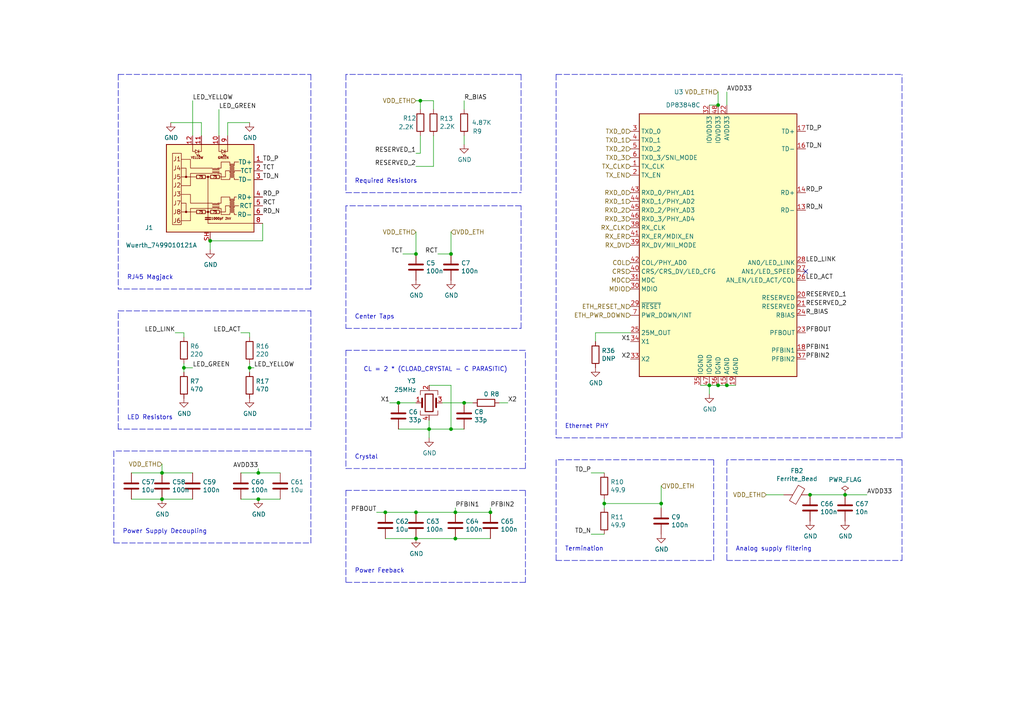
<source format=kicad_sch>
(kicad_sch (version 20211123) (generator eeschema)
  (paper "A4")
  (lib_symbols
    (symbol "Connector:Wuerth_7499010121A"
      (property "Reference" "J" (at 12.7 13.97 0))
      (property "Value" "Connector_Wuerth_7499010121A" (at 0 -16.51 0))
      (symbol "Wuerth_7499010121A_0_0"
        (rectangle (start -12.7 12.7) (end 12.7 -12.7) (stroke (width 0.254)) (fill (type background)))
        (polyline (pts (xy -3.937 -6.858) (xy -8.255 -6.858)))
        (polyline (pts (xy -3.937 3.302) (xy -8.255 3.302)))
        (polyline (pts (xy -0.635 -10.16) (xy 12.7 -10.16)))
        (polyline (pts (xy 8.255 -5.08) (xy 6.985 -5.08)))
        (polyline (pts (xy 8.89 5.08) (xy 6.985 5.08)))
        (polyline (pts (xy 0.635 -4.318) (xy -5.715 -4.318) (xy -5.715 -1.778) (xy -8.255 -1.778)))
        (polyline (pts (xy 0.635 5.842) (xy -5.715 5.842) (xy -5.715 8.382) (xy -8.255 8.382)))
        (polyline (pts (xy 2.667 -6.858) (xy 4.445 -6.858) (xy 4.445 -5.08) (xy 5.715 -5.08)))
        (polyline (pts (xy 2.667 3.302) (xy 4.445 3.302) (xy 4.445 5.08) (xy 5.715 5.08)))
        (text "1000pF 2kV" (at 3.175 -8.763 0) (effects (font (size 0.635 0.635))))
        (text "75" (at -2.667 -6.858 0) (effects (font (size 0.635 0.635))))
        (text "75" (at -2.667 3.302 0) (effects (font (size 0.635 0.635))))
        (text "75" (at 1.397 -6.858 0) (effects (font (size 0.635 0.635))))
        (text "75" (at 1.397 3.302 0) (effects (font (size 0.635 0.635))))
        (text "GREEN" (at 3.81 8.89 0) (effects (font (size 0.635 0.635))))
        (text "J1" (at -10.795 8.509 0) (effects (font (size 1.27 1.27)) (justify left)))
        (text "J2" (at -10.795 0.889 0) (effects (font (size 1.27 1.27)) (justify left)))
        (text "J3" (at -10.795 -1.651 0) (effects (font (size 1.27 1.27)) (justify left)))
        (text "J4" (at -10.795 5.842 0) (effects (font (size 1.27 1.27)) (justify left)))
        (text "J5" (at -10.795 3.302 0) (effects (font (size 1.27 1.27)) (justify left)))
        (text "J6" (at -10.795 -9.398 0) (effects (font (size 1.27 1.27)) (justify left)))
        (text "J7" (at -10.795 -4.318 0) (effects (font (size 1.27 1.27)) (justify left)))
        (text "J8" (at -10.795 -6.858 0) (effects (font (size 1.27 1.27)) (justify left)))
        (text "YELLOW" (at -3.81 8.89 0) (effects (font (size 0.635 0.635))))
      )
      (symbol "Wuerth_7499010121A_0_1"
        (rectangle (start -8.382 -10.541) (end -10.922 10.16))
        (circle (center -6.985 -6.858) (radius 0.254) (fill (type outline)))
        (circle (center -6.985 3.302) (radius 0.254) (fill (type outline)))
        (rectangle (start -3.937 -7.366) (end -1.397 -6.35) (stroke (width 0.2032)))
        (rectangle (start -3.937 2.794) (end -1.397 3.81) (stroke (width 0.2032)))
        (circle (center -0.635 -6.858) (radius 0.254) (fill (type outline)))
        (circle (center -0.635 3.302) (radius 0.254) (fill (type outline)))
        (polyline (pts (xy -5.715 -9.398) (xy -8.255 -9.398)))
        (polyline (pts (xy -5.715 0.762) (xy -8.255 0.762)))
        (polyline (pts (xy -3.556 9.398) (xy -4.064 9.906)))
        (polyline (pts (xy -3.302 11.176) (xy -3.302 10.16)))
        (polyline (pts (xy -3.048 9.398) (xy -3.556 9.906)))
        (polyline (pts (xy -1.397 -9.017) (xy 0.127 -9.017)) (stroke (width 0.3302)))
        (polyline (pts (xy -1.397 -8.509) (xy 0.127 -8.509)) (stroke (width 0.3048)))
        (polyline (pts (xy -0.635 3.302) (xy -1.397 3.302)))
        (polyline (pts (xy 0.127 -6.858) (xy -1.397 -6.858)))
        (polyline (pts (xy 0.635 -5.334) (xy 2.667 -5.334)))
        (polyline (pts (xy 0.635 4.826) (xy 2.667 4.826)))
        (polyline (pts (xy 2.667 -4.826) (xy 0.635 -4.826)))
        (polyline (pts (xy 2.667 5.334) (xy 0.635 5.334)))
        (polyline (pts (xy 4.064 9.398) (xy 3.556 9.906)))
        (polyline (pts (xy 4.318 11.176) (xy 4.318 10.16)))
        (polyline (pts (xy 4.572 9.398) (xy 4.064 9.906)))
        (polyline (pts (xy 6.223 -3.048) (xy 6.223 -7.112)))
        (polyline (pts (xy 6.223 7.112) (xy 6.223 3.048)))
        (polyline (pts (xy 6.477 -7.112) (xy 6.477 -3.048)))
        (polyline (pts (xy 6.477 3.048) (xy 6.477 7.112)))
        (polyline (pts (xy -6.985 -6.858) (xy -6.985 -4.318) (xy -8.255 -4.318)))
        (polyline (pts (xy -6.985 3.302) (xy -6.985 5.842) (xy -8.255 5.842)))
        (polyline (pts (xy -5.08 12.7) (xy -5.08 10.668) (xy -4.318 10.668)))
        (polyline (pts (xy -3.556 9.652) (xy -3.556 9.398) (xy -3.81 9.398)))
        (polyline (pts (xy -3.048 9.652) (xy -3.048 9.398) (xy -3.302 9.398)))
        (polyline (pts (xy -2.54 12.7) (xy -2.54 10.668) (xy -3.302 10.668)))
        (polyline (pts (xy -0.635 -10.16) (xy -0.635 3.302) (xy 0 3.302)))
        (polyline (pts (xy 0.635 -5.842) (xy -5.715 -5.842) (xy -5.715 -9.398)))
        (polyline (pts (xy 0.635 4.318) (xy -5.715 4.318) (xy -5.715 0.762)))
        (polyline (pts (xy 2.54 12.7) (xy 2.54 10.668) (xy 3.302 10.668)))
        (polyline (pts (xy 4.064 9.652) (xy 4.064 9.398) (xy 3.81 9.398)))
        (polyline (pts (xy 4.572 9.652) (xy 4.572 9.398) (xy 4.318 9.398)))
        (polyline (pts (xy 5.08 12.7) (xy 5.08 10.668) (xy 4.318 10.668)))
        (polyline (pts (xy 6.985 -7.112) (xy 6.985 -7.62) (xy 7.62 -7.62)))
        (polyline (pts (xy 6.985 -3.048) (xy 6.985 -2.54) (xy 7.62 -2.54)))
        (polyline (pts (xy 6.985 3.048) (xy 6.985 2.54) (xy 8.255 2.54)))
        (polyline (pts (xy 6.985 7.112) (xy 6.985 7.62) (xy 8.255 7.62)))
        (polyline (pts (xy -3.302 10.668) (xy -4.318 11.176) (xy -4.318 10.16) (xy -3.302 10.668)))
        (polyline (pts (xy 4.318 10.668) (xy 3.302 11.176) (xy 3.302 10.16) (xy 4.318 10.668)))
        (polyline (pts (xy 2.667 -4.318) (xy 3.175 -4.318) (xy 3.175 -2.54) (xy 5.715 -2.54) (xy 5.715 -3.048)))
        (polyline (pts (xy 2.667 5.842) (xy 3.175 5.842) (xy 3.175 7.62) (xy 5.715 7.62) (xy 5.715 7.112)))
        (polyline (pts (xy 5.715 -7.112) (xy 5.715 -7.62) (xy 3.175 -7.62) (xy 3.175 -5.842) (xy 2.667 -5.842)))
        (polyline (pts (xy 5.715 3.048) (xy 5.715 2.54) (xy 3.175 2.54) (xy 3.175 4.318) (xy 2.667 4.318)))
        (rectangle (start 0.127 -7.366) (end 2.667 -6.35) (stroke (width 0.2032)))
        (rectangle (start 0.127 2.794) (end 2.667 3.81) (stroke (width 0.2032)))
        (arc (start 0.635 -4.318) (mid 0.889 -4.572) (end 1.143 -4.318))
        (arc (start 0.635 5.842) (mid 0.889 5.588) (end 1.143 5.842))
        (arc (start 1.143 -5.842) (mid 0.889 -5.588) (end 0.635 -5.842))
        (arc (start 1.143 -4.318) (mid 1.397 -4.572) (end 1.651 -4.318))
        (arc (start 1.143 4.318) (mid 0.889 4.572) (end 0.635 4.318))
        (arc (start 1.143 5.842) (mid 1.397 5.588) (end 1.651 5.842))
        (arc (start 1.651 -5.842) (mid 1.397 -5.588) (end 1.143 -5.842))
        (arc (start 1.651 -4.318) (mid 1.905 -4.572) (end 2.159 -4.318))
        (arc (start 1.651 4.318) (mid 1.397 4.572) (end 1.143 4.318))
        (arc (start 1.651 5.842) (mid 1.905 5.588) (end 2.159 5.842))
        (arc (start 2.159 -5.842) (mid 1.905 -5.588) (end 1.651 -5.842))
        (arc (start 2.159 -4.318) (mid 2.413 -4.572) (end 2.667 -4.318))
        (arc (start 2.159 4.318) (mid 1.905 4.572) (end 1.651 4.318))
        (arc (start 2.159 5.842) (mid 2.413 5.588) (end 2.667 5.842))
        (circle (center 2.413 -5.8674) (radius 0.0762) (stroke (width 0.0254)) (fill (type outline)))
        (circle (center 2.413 -4.2926) (radius 0.0762) (stroke (width 0.0254)) (fill (type outline)))
        (circle (center 2.413 4.2926) (radius 0.0762) (stroke (width 0.0254)) (fill (type outline)))
        (circle (center 2.413 5.8674) (radius 0.0762) (stroke (width 0.0254)) (fill (type outline)))
        (arc (start 2.667 -5.842) (mid 2.413 -5.588) (end 2.159 -5.842))
        (arc (start 2.667 4.318) (mid 2.413 4.572) (end 2.159 4.318))
        (circle (center 5.6896 -5.334) (radius 0.0762) (stroke (width 0.0254)) (fill (type outline)))
        (circle (center 5.6896 -3.302) (radius 0.0762) (stroke (width 0.0254)) (fill (type outline)))
        (circle (center 5.6896 4.826) (radius 0.0762) (stroke (width 0.0254)) (fill (type outline)))
        (circle (center 5.6896 6.858) (radius 0.0762) (stroke (width 0.0254)) (fill (type outline)))
        (arc (start 5.715 -7.112) (mid 5.969 -6.858) (end 5.715 -6.604))
        (arc (start 5.715 -6.604) (mid 5.969 -6.35) (end 5.715 -6.096))
        (arc (start 5.715 -6.096) (mid 5.969 -5.842) (end 5.715 -5.588))
        (arc (start 5.715 -5.588) (mid 5.969 -5.334) (end 5.715 -5.08))
        (arc (start 5.715 -5.08) (mid 5.969 -4.826) (end 5.715 -4.572))
        (arc (start 5.715 -4.572) (mid 5.969 -4.318) (end 5.715 -4.064))
        (arc (start 5.715 -4.064) (mid 5.969 -3.81) (end 5.715 -3.556))
        (arc (start 5.715 -3.556) (mid 5.969 -3.302) (end 5.715 -3.048))
        (arc (start 5.715 3.048) (mid 5.969 3.302) (end 5.715 3.556))
        (arc (start 5.715 3.556) (mid 5.969 3.81) (end 5.715 4.064))
        (arc (start 5.715 4.064) (mid 5.969 4.318) (end 5.715 4.572))
        (arc (start 5.715 4.572) (mid 5.969 4.826) (end 5.715 5.08))
        (arc (start 5.715 5.08) (mid 5.969 5.334) (end 5.715 5.588))
        (arc (start 5.715 5.588) (mid 5.969 5.842) (end 5.715 6.096))
        (arc (start 5.715 6.096) (mid 5.969 6.35) (end 5.715 6.604))
        (arc (start 5.715 6.604) (mid 5.969 6.858) (end 5.715 7.112))
        (arc (start 6.985 -6.604) (mid 6.731 -6.858) (end 6.985 -7.112))
        (arc (start 6.985 -6.096) (mid 6.731 -6.35) (end 6.985 -6.604))
        (arc (start 6.985 -5.588) (mid 6.731 -5.842) (end 6.985 -6.096))
        (arc (start 6.985 -5.08) (mid 6.731 -5.334) (end 6.985 -5.588))
        (arc (start 6.985 -4.572) (mid 6.731 -4.826) (end 6.985 -5.08))
        (arc (start 6.985 -4.064) (mid 6.731 -4.318) (end 6.985 -4.572))
        (arc (start 6.985 -3.556) (mid 6.731 -3.81) (end 6.985 -4.064))
        (arc (start 6.985 -3.048) (mid 6.731 -3.302) (end 6.985 -3.556))
        (arc (start 6.985 3.556) (mid 6.731 3.302) (end 6.985 3.048))
        (arc (start 6.985 4.064) (mid 6.731 3.81) (end 6.985 3.556))
        (arc (start 6.985 4.572) (mid 6.731 4.318) (end 6.985 4.064))
        (arc (start 6.985 5.08) (mid 6.731 4.826) (end 6.985 4.572))
        (arc (start 6.985 5.588) (mid 6.731 5.334) (end 6.985 5.08))
        (arc (start 6.985 6.096) (mid 6.731 5.842) (end 6.985 5.588))
        (arc (start 6.985 6.604) (mid 6.731 6.35) (end 6.985 6.096))
        (arc (start 6.985 7.112) (mid 6.731 6.858) (end 6.985 6.604))
        (circle (center 7.0104 -5.334) (radius 0.0762) (stroke (width 0.0254)) (fill (type outline)))
        (circle (center 7.0104 -3.302) (radius 0.0762) (stroke (width 0.0254)) (fill (type outline)))
        (circle (center 7.0104 4.826) (radius 0.0762) (stroke (width 0.0254)) (fill (type outline)))
        (circle (center 7.0104 6.858) (radius 0.0762) (stroke (width 0.0254)) (fill (type outline)))
      )
      (symbol "Wuerth_7499010121A_1_1"
        (pin passive line (at 15.24 7.62 180) (length 2.54) (name "TD+") (number "1"))
        (pin passive line (at 2.54 15.24 270) (length 2.54) (name "~") (number "10"))
        (pin passive line (at -2.54 15.24 270) (length 2.54) (name "~") (number "11"))
        (pin passive line (at -5.08 15.24 270) (length 2.54) (name "~") (number "12"))
        (pin passive line (at 15.24 5.08 180) (length 2.54) (name "TCT") (number "2"))
        (pin passive line (at 15.24 2.54 180) (length 2.54) (name "TD-") (number "3"))
        (pin passive line (at 15.24 -2.54 180) (length 2.54) (name "RD+") (number "4"))
        (pin passive line (at 15.24 -5.08 180) (length 2.54) (name "RCT") (number "5"))
        (pin passive line (at 15.24 -7.62 180) (length 2.54) (name "RD-") (number "6"))
        (pin passive line (at 15.24 -10.16 180) (length 2.54) (name "~") (number "8"))
        (pin passive line (at 5.08 15.24 270) (length 2.54) (name "~") (number "9"))
        (pin passive line (at 0 -15.24 90) (length 2.54) (name "~") (number "SH"))
      )
    )
    (symbol "Device:C" (pin_numbers hide) (pin_names (offset 0.254))
      (property "Reference" "C" (at 0.635 2.54 0))
      (property "Value" "Device_C" (at 0.635 -2.54 0))
      (symbol "C_0_1"
        (polyline (pts (xy -2.032 -0.762) (xy 2.032 -0.762)) (stroke (width 0.508)))
        (polyline (pts (xy -2.032 0.762) (xy 2.032 0.762)) (stroke (width 0.508)))
      )
      (symbol "C_1_1"
        (pin passive line (at 0 3.81 270) (length 2.794) (name "~") (number "1"))
        (pin passive line (at 0 -3.81 90) (length 2.794) (name "~") (number "2"))
      )
    )
    (symbol "Device:Crystal_GND24" (pin_names (offset 1.016) hide)
      (property "Reference" "Y" (at 3.175 5.08 0))
      (property "Value" "Device_Crystal_GND24" (at 3.175 3.175 0))
      (symbol "Crystal_GND24_0_1"
        (rectangle (start -1.143 2.54) (end 1.143 -2.54) (stroke (width 0.3048)))
        (polyline (pts (xy -2.54 0) (xy -2.032 0)))
        (polyline (pts (xy -2.032 -1.27) (xy -2.032 1.27)) (stroke (width 0.508)))
        (polyline (pts (xy 0 -3.81) (xy 0 -3.556)))
        (polyline (pts (xy 0 3.556) (xy 0 3.81)))
        (polyline (pts (xy 2.032 -1.27) (xy 2.032 1.27)) (stroke (width 0.508)))
        (polyline (pts (xy 2.032 0) (xy 2.54 0)))
        (polyline (pts (xy -2.54 -2.286) (xy -2.54 -3.556) (xy 2.54 -3.556) (xy 2.54 -2.286)))
        (polyline (pts (xy -2.54 2.286) (xy -2.54 3.556) (xy 2.54 3.556) (xy 2.54 2.286)))
      )
      (symbol "Crystal_GND24_1_1"
        (pin passive line (at -3.81 0 0) (length 1.27) (name "1") (number "1"))
        (pin passive line (at 0 5.08 270) (length 1.27) (name "2") (number "2"))
        (pin passive line (at 3.81 0 180) (length 1.27) (name "3") (number "3"))
        (pin passive line (at 0 -5.08 90) (length 1.27) (name "4") (number "4"))
      )
    )
    (symbol "Device:Ferrite_Bead" (pin_numbers hide) (pin_names (offset 0))
      (property "Reference" "FB" (at -3.81 0.635 90))
      (property "Value" "Device_Ferrite_Bead" (at 3.81 0 90))
      (symbol "Ferrite_Bead_0_1"
        (polyline (pts (xy 0 -1.27) (xy 0 -1.2192)))
        (polyline (pts (xy 0 1.27) (xy 0 1.2954)))
        (polyline (pts (xy -2.7686 0.4064) (xy -1.7018 2.2606) (xy 2.7686 -0.3048) (xy 1.6764 -2.159) (xy -2.7686 0.4064)))
      )
      (symbol "Ferrite_Bead_1_1"
        (pin passive line (at 0 3.81 270) (length 2.54) (name "~") (number "1"))
        (pin passive line (at 0 -3.81 90) (length 2.54) (name "~") (number "2"))
      )
    )
    (symbol "Device:R" (pin_numbers hide) (pin_names (offset 0))
      (property "Reference" "R" (at 2.032 0 90))
      (property "Value" "Device_R" (at 0 0 90))
      (symbol "R_0_1"
        (rectangle (start -1.016 -2.54) (end 1.016 2.54) (stroke (width 0.254)))
      )
      (symbol "R_1_1"
        (pin passive line (at 0 3.81 270) (length 1.27) (name "~") (number "1"))
        (pin passive line (at 0 -3.81 90) (length 1.27) (name "~") (number "2"))
      )
    )
    (symbol "Interface_Ethernet:DP83848C"
      (property "Reference" "U" (at -21.59 39.37 0))
      (property "Value" "Interface_Ethernet_DP83848C" (at 12.7 39.37 0))
      (symbol "DP83848C_0_1"
        (rectangle (start -22.86 38.1) (end 22.86 -38.1) (stroke (width 0.254)) (fill (type background)))
      )
      (symbol "DP83848C_1_1"
        (pin output line (at -25.4 22.86 0) (length 2.54) (name "TX_CLK") (number "1"))
        (pin passive line (at 25.4 10.16 180) (length 2.54) (name "RD-") (number "13"))
        (pin passive line (at 25.4 15.24 180) (length 2.54) (name "RD+") (number "14"))
        (pin power_in line (at 2.54 -40.64 90) (length 2.54) (name "AGND") (number "15"))
        (pin passive line (at 25.4 27.94 180) (length 2.54) (name "TD-") (number "16"))
        (pin passive line (at 25.4 33.02 180) (length 2.54) (name "TD+") (number "17"))
        (pin passive line (at 25.4 -30.48 180) (length 2.54) (name "PFBIN1") (number "18"))
        (pin power_in line (at 5.08 -40.64 90) (length 2.54) (name "AGND") (number "19"))
        (pin input line (at -25.4 20.32 0) (length 2.54) (name "TX_EN") (number "2"))
        (pin passive line (at 25.4 -15.24 180) (length 2.54) (name "RESERVED") (number "20"))
        (pin passive line (at 25.4 -17.78 180) (length 2.54) (name "RESERVED") (number "21"))
        (pin power_in line (at 2.54 40.64 270) (length 2.54) (name "AVDD33") (number "22"))
        (pin passive line (at 25.4 -25.4 180) (length 2.54) (name "PFBOUT") (number "23"))
        (pin passive line (at 25.4 -20.32 180) (length 2.54) (name "RBIAS") (number "24"))
        (pin output line (at -25.4 -25.4 0) (length 2.54) (name "25M_OUT") (number "25"))
        (pin output line (at 25.4 -10.16 180) (length 2.54) (name "AN_EN/LED_ACT/COL") (number "26"))
        (pin output line (at 25.4 -7.62 180) (length 2.54) (name "AN1/LED_SPEED") (number "27"))
        (pin output line (at 25.4 -5.08 180) (length 2.54) (name "AN0/LED_LINK") (number "28"))
        (pin input line (at -25.4 -17.78 0) (length 2.54) (name "~{RESET}") (number "29"))
        (pin input line (at -25.4 33.02 0) (length 2.54) (name "TXD_0") (number "3"))
        (pin bidirectional line (at -25.4 -12.7 0) (length 2.54) (name "MDIO") (number "30"))
        (pin input line (at -25.4 -10.16 0) (length 2.54) (name "MDC") (number "31"))
        (pin power_in line (at -2.54 40.64 270) (length 2.54) (name "IOVDD33") (number "32"))
        (pin output line (at -25.4 -33.02 0) (length 2.54) (name "X2") (number "33"))
        (pin input line (at -25.4 -27.94 0) (length 2.54) (name "X1") (number "34"))
        (pin power_in line (at -5.08 -40.64 90) (length 2.54) (name "IOGND") (number "35"))
        (pin power_in line (at 0 -40.64 90) (length 2.54) (name "DGND") (number "36"))
        (pin passive line (at 25.4 -33.02 180) (length 2.54) (name "PFBIN2") (number "37"))
        (pin output line (at -25.4 5.08 0) (length 2.54) (name "RX_CLK") (number "38"))
        (pin output line (at -25.4 0 0) (length 2.54) (name "RX_DV/MII_MODE") (number "39"))
        (pin input line (at -25.4 30.48 0) (length 2.54) (name "TXD_1") (number "4"))
        (pin output line (at -25.4 -7.62 0) (length 2.54) (name "CRS/CRS_DV/LED_CFG") (number "40"))
        (pin output line (at -25.4 2.54 0) (length 2.54) (name "RX_ER/MDIX_EN") (number "41"))
        (pin output line (at -25.4 -5.08 0) (length 2.54) (name "COL/PHY_AD0") (number "42"))
        (pin output line (at -25.4 15.24 0) (length 2.54) (name "RXD_0/PHY_AD1") (number "43"))
        (pin output line (at -25.4 12.7 0) (length 2.54) (name "RXD_1/PHY_AD2") (number "44"))
        (pin output line (at -25.4 10.16 0) (length 2.54) (name "RXD_2/PHY_AD3") (number "45"))
        (pin output line (at -25.4 7.62 0) (length 2.54) (name "RXD_3/PHY_AD4") (number "46"))
        (pin power_in line (at -2.54 -40.64 90) (length 2.54) (name "IOGND") (number "47"))
        (pin power_in line (at 0 40.64 270) (length 2.54) (name "IOVDD33") (number "48"))
        (pin input line (at -25.4 27.94 0) (length 2.54) (name "TXD_2") (number "5"))
        (pin input line (at -25.4 25.4 0) (length 2.54) (name "TXD_3/SNI_MODE") (number "6"))
        (pin input line (at -25.4 -20.32 0) (length 2.54) (name "PWR_DOWN/INT") (number "7"))
      )
    )
    (symbol "power:GND" (power) (pin_names (offset 0))
      (property "Value" "power_GND" (at 0 -3.81 0))
      (symbol "GND_0_1"
        (polyline (pts (xy 0 0) (xy 0 -1.27) (xy 1.27 -1.27) (xy 0 -2.54) (xy -1.27 -1.27) (xy 0 -1.27)))
      )
      (symbol "GND_1_1"
        (pin power_in line (at 0 0 270) (length 0) hide (name "GND") (number "1"))
      )
    )
    (symbol "power:PWR_FLAG" (power) (pin_numbers hide) (pin_names (offset 0) hide)
      (property "Value" "power_PWR_FLAG" (at 0 3.81 0))
      (symbol "PWR_FLAG_0_0"
        (pin power_out line (at 0 0 90) (length 0) (name "pwr") (number "1"))
      )
      (symbol "PWR_FLAG_0_1"
        (polyline (pts (xy 0 0) (xy 0 1.27) (xy -1.016 1.905) (xy 0 2.54) (xy 1.016 1.905) (xy 0 1.27)))
      )
    )
  )
  (junction (at 120.65 156.21))
  (junction (at 72.39 106.68))
  (junction (at 205.74 111.76))
  (junction (at 130.81 124.46))
  (junction (at 234.95 143.51))
  (junction (at 46.99 137.16))
  (junction (at 191.77 146.05))
  (junction (at 111.76 148.59))
  (junction (at 121.92 29.21))
  (junction (at 60.96 69.85))
  (junction (at 210.82 111.76))
  (junction (at 175.26 146.05))
  (junction (at 120.65 73.66))
  (junction (at 132.08 148.59))
  (junction (at 53.34 106.68))
  (junction (at 208.28 30.48))
  (junction (at 115.57 116.84))
  (junction (at 132.08 156.21))
  (junction (at 130.81 73.66))
  (junction (at 124.46 124.46))
  (junction (at 142.24 148.59))
  (junction (at 134.62 116.84))
  (junction (at 74.93 137.16))
  (junction (at 74.93 144.78))
  (junction (at 208.28 111.76))
  (junction (at 245.11 143.51))
  (junction (at 120.65 148.59))
  (junction (at 46.99 144.78))
  (no_connect (at 233.68 78.74))
  (wire (pts (xy 147.32 116.84) (xy 144.78 116.84)))
  (polyline (pts (xy 207.01 133.35) (xy 207.01 162.56)))
  (polyline (pts (xy 90.17 124.46) (xy 34.29 124.46)))
  (wire (pts (xy 222.25 143.51) (xy 227.33 143.51)))
  (wire (pts (xy 69.85 144.78) (xy 74.93 144.78)))
  (wire (pts (xy 58.42 35.56) (xy 58.42 39.37)))
  (wire (pts (xy 120.65 48.26) (xy 125.73 48.26)))
  (wire (pts (xy 46.99 134.62) (xy 46.99 137.16)))
  (wire (pts (xy 73.66 106.68) (xy 72.39 106.68)))
  (polyline (pts (xy 100.33 142.24) (xy 100.33 168.91)))
  (wire (pts (xy 130.81 111.76) (xy 130.81 124.46)))
  (wire (pts (xy 66.04 35.56) (xy 72.39 35.56)))
  (wire (pts (xy 208.28 26.67) (xy 208.28 30.48)))
  (polyline (pts (xy 161.29 127) (xy 261.62 127)))
  (wire (pts (xy 74.93 144.78) (xy 81.28 144.78)))
  (wire (pts (xy 63.5 31.75) (xy 63.5 39.37)))
  (wire (pts (xy 72.39 107.95) (xy 72.39 106.68)))
  (wire (pts (xy 121.92 29.21) (xy 125.73 29.21)))
  (polyline (pts (xy 261.62 133.35) (xy 210.82 133.35)))
  (polyline (pts (xy 100.33 142.24) (xy 152.4 142.24)))
  (wire (pts (xy 74.93 137.16) (xy 81.28 137.16)))
  (wire (pts (xy 134.62 116.84) (xy 137.16 116.84)))
  (wire (pts (xy 132.08 148.59) (xy 142.24 148.59)))
  (wire (pts (xy 205.74 111.76) (xy 205.74 114.3)))
  (wire (pts (xy 38.1 144.78) (xy 46.99 144.78)))
  (polyline (pts (xy 100.33 55.88) (xy 151.13 55.88)))
  (wire (pts (xy 203.2 111.76) (xy 205.74 111.76)))
  (wire (pts (xy 49.53 35.56) (xy 58.42 35.56)))
  (polyline (pts (xy 100.33 101.6) (xy 152.4 101.6)))
  (wire (pts (xy 134.62 29.21) (xy 134.62 31.75)))
  (polyline (pts (xy 100.33 95.25) (xy 151.13 95.25)))
  (wire (pts (xy 69.85 96.52) (xy 72.39 96.52)))
  (wire (pts (xy 125.73 48.26) (xy 125.73 39.37)))
  (polyline (pts (xy 100.33 59.69) (xy 100.33 95.25)))
  (wire (pts (xy 132.08 148.59) (xy 132.08 147.32)))
  (wire (pts (xy 171.45 137.16) (xy 175.26 137.16)))
  (wire (pts (xy 205.74 30.48) (xy 208.28 30.48)))
  (wire (pts (xy 182.88 96.52) (xy 172.72 96.52)))
  (wire (pts (xy 116.84 73.66) (xy 120.65 73.66)))
  (wire (pts (xy 60.96 69.85) (xy 76.2 69.85)))
  (wire (pts (xy 115.57 116.84) (xy 120.65 116.84)))
  (wire (pts (xy 132.08 156.21) (xy 142.24 156.21)))
  (wire (pts (xy 72.39 96.52) (xy 72.39 97.79)))
  (polyline (pts (xy 34.29 90.17) (xy 90.17 90.17)))
  (polyline (pts (xy 90.17 157.48) (xy 90.17 130.81)))
  (wire (pts (xy 69.85 137.16) (xy 74.93 137.16)))
  (wire (pts (xy 125.73 29.21) (xy 125.73 31.75)))
  (wire (pts (xy 120.65 156.21) (xy 132.08 156.21)))
  (wire (pts (xy 50.8 96.52) (xy 53.34 96.52)))
  (wire (pts (xy 134.62 41.91) (xy 134.62 39.37)))
  (wire (pts (xy 127 73.66) (xy 130.81 73.66)))
  (wire (pts (xy 111.76 148.59) (xy 120.65 148.59)))
  (wire (pts (xy 175.26 144.78) (xy 175.26 146.05)))
  (wire (pts (xy 55.88 106.68) (xy 53.34 106.68)))
  (polyline (pts (xy 151.13 95.25) (xy 151.13 59.69)))
  (wire (pts (xy 76.2 69.85) (xy 76.2 64.77)))
  (polyline (pts (xy 34.29 21.59) (xy 34.29 83.82)))
  (wire (pts (xy 175.26 146.05) (xy 191.77 146.05)))
  (wire (pts (xy 120.65 67.31) (xy 120.65 73.66)))
  (polyline (pts (xy 161.29 162.56) (xy 207.01 162.56)))
  (wire (pts (xy 53.34 96.52) (xy 53.34 97.79)))
  (polyline (pts (xy 152.4 142.24) (xy 152.4 168.91)))
  (wire (pts (xy 60.96 72.39) (xy 60.96 69.85)))
  (polyline (pts (xy 90.17 130.81) (xy 33.02 130.81)))
  (polyline (pts (xy 152.4 168.91) (xy 100.33 168.91)))
  (polyline (pts (xy 90.17 90.17) (xy 90.17 124.46)))
  (polyline (pts (xy 34.29 21.59) (xy 90.17 21.59)))
  (wire (pts (xy 175.26 154.94) (xy 171.45 154.94)))
  (wire (pts (xy 109.22 148.59) (xy 111.76 148.59)))
  (wire (pts (xy 124.46 111.76) (xy 130.81 111.76)))
  (polyline (pts (xy 151.13 21.59) (xy 151.13 55.88)))
  (wire (pts (xy 130.81 124.46) (xy 134.62 124.46)))
  (wire (pts (xy 124.46 121.92) (xy 124.46 124.46)))
  (polyline (pts (xy 161.29 21.59) (xy 161.29 127)))
  (wire (pts (xy 113.03 116.84) (xy 115.57 116.84)))
  (polyline (pts (xy 261.62 127) (xy 261.62 21.59)))
  (wire (pts (xy 172.72 96.52) (xy 172.72 99.06)))
  (wire (pts (xy 245.11 143.51) (xy 251.46 143.51)))
  (polyline (pts (xy 210.82 162.56) (xy 261.62 162.56)))
  (wire (pts (xy 210.82 30.48) (xy 210.82 26.67)))
  (wire (pts (xy 205.74 111.76) (xy 208.28 111.76)))
  (wire (pts (xy 74.93 135.89) (xy 74.93 137.16)))
  (wire (pts (xy 55.88 29.21) (xy 55.88 39.37)))
  (wire (pts (xy 175.26 146.05) (xy 175.26 147.32)))
  (polyline (pts (xy 100.33 21.59) (xy 100.33 55.88)))
  (wire (pts (xy 210.82 111.76) (xy 213.36 111.76)))
  (wire (pts (xy 111.76 156.21) (xy 120.65 156.21)))
  (wire (pts (xy 130.81 67.31) (xy 130.81 73.66)))
  (wire (pts (xy 121.92 29.21) (xy 121.92 31.75)))
  (polyline (pts (xy 207.01 133.35) (xy 161.29 133.35)))
  (wire (pts (xy 66.04 35.56) (xy 66.04 39.37)))
  (wire (pts (xy 191.77 147.32) (xy 191.77 146.05)))
  (wire (pts (xy 46.99 137.16) (xy 55.88 137.16)))
  (polyline (pts (xy 100.33 135.89) (xy 152.4 135.89)))
  (polyline (pts (xy 90.17 83.82) (xy 34.29 83.82)))
  (polyline (pts (xy 152.4 135.89) (xy 152.4 101.6)))
  (polyline (pts (xy 33.02 157.48) (xy 90.17 157.48)))
  (polyline (pts (xy 34.29 124.46) (xy 34.29 90.17)))
  (wire (pts (xy 121.92 44.45) (xy 121.92 39.37)))
  (wire (pts (xy 120.65 44.45) (xy 121.92 44.45)))
  (polyline (pts (xy 33.02 130.81) (xy 33.02 157.48)))
  (polyline (pts (xy 151.13 21.59) (xy 100.33 21.59)))
  (wire (pts (xy 130.81 124.46) (xy 124.46 124.46)))
  (polyline (pts (xy 161.29 21.59) (xy 261.62 21.59)))
  (polyline (pts (xy 100.33 101.6) (xy 100.33 135.89)))
  (wire (pts (xy 191.77 140.97) (xy 191.77 146.05)))
  (polyline (pts (xy 161.29 162.56) (xy 161.29 133.35)))
  (wire (pts (xy 120.65 29.21) (xy 121.92 29.21)))
  (wire (pts (xy 38.1 137.16) (xy 46.99 137.16)))
  (wire (pts (xy 72.39 106.68) (xy 72.39 105.41)))
  (wire (pts (xy 128.27 116.84) (xy 134.62 116.84)))
  (polyline (pts (xy 151.13 59.69) (xy 100.33 59.69)))
  (wire (pts (xy 124.46 124.46) (xy 124.46 127)))
  (wire (pts (xy 142.24 148.59) (xy 142.24 147.32)))
  (polyline (pts (xy 261.62 162.56) (xy 261.62 133.35)))
  (wire (pts (xy 208.28 111.76) (xy 210.82 111.76)))
  (polyline (pts (xy 210.82 133.35) (xy 210.82 162.56)))
  (wire (pts (xy 46.99 144.78) (xy 55.88 144.78)))
  (polyline (pts (xy 90.17 21.59) (xy 90.17 83.82)))
  (wire (pts (xy 53.34 106.68) (xy 53.34 105.41)))
  (wire (pts (xy 115.57 124.46) (xy 124.46 124.46)))
  (wire (pts (xy 53.34 107.95) (xy 53.34 106.68)))
  (wire (pts (xy 132.08 148.59) (xy 120.65 148.59)))
  (wire (pts (xy 234.95 143.51) (xy 245.11 143.51)))
  (text "Center Taps" (at 102.87 92.71 0) (effects (font (size 1.27 1.27)) (justify left bottom)))
  (text "CL = 2 * (CLOAD_CRYSTAL - C PARASITIC)" (at 105.41 107.95 0) (effects (font (size 1.27 1.27)) (justify left bottom)))
  (text "Power Supply Decoupling\n" (at 35.56 154.94 0) (effects (font (size 1.27 1.27)) (justify left bottom)))
  (text "Crystal\n" (at 102.87 133.35 0) (effects (font (size 1.27 1.27)) (justify left bottom)))
  (text "Required Resistors\n" (at 102.87 53.34 0) (effects (font (size 1.27 1.27)) (justify left bottom)))
  (text "Termination\n" (at 163.83 160.02 0) (effects (font (size 1.27 1.27)) (justify left bottom)))
  (text "Ethernet PHY" (at 163.83 124.46 0) (effects (font (size 1.27 1.27)) (justify left bottom)))
  (text "RJ45 Magjack\n" (at 36.83 81.28 0) (effects (font (size 1.27 1.27)) (justify left bottom)))
  (text "Analog supply filtering" (at 213.36 160.02 0) (effects (font (size 1.27 1.27)) (justify left bottom)))
  (text "LED Resistors" (at 36.83 121.92 0) (effects (font (size 1.27 1.27)) (justify left bottom)))
  (text "Power Feeback\n" (at 102.87 166.37 0) (effects (font (size 1.27 1.27)) (justify left bottom)))
  (label "PFBOUT" (at 109.22 148.59 180))
  (label "R_BIAS" (at 134.62 29.21 0))
  (label "LED_YELLOW" (at 55.88 29.21 0))
  (label "TCT" (at 116.84 73.66 180))
  (label "PFBIN1" (at 233.68 101.6 0))
  (label "LED_ACT" (at 233.68 81.28 0))
  (label "RD_P" (at 233.68 55.88 0))
  (label "AVDD33" (at 74.93 135.89 180))
  (label "RESERVED_1" (at 120.65 44.45 180))
  (label "PFBIN2" (at 233.68 104.14 0))
  (label "TD_P" (at 233.68 38.1 0))
  (label "TD_N" (at 233.68 43.18 0))
  (label "RESERVED_1" (at 233.68 86.36 0))
  (label "LED_ACT" (at 69.85 96.52 180))
  (label "LED_LINK" (at 233.68 76.2 0))
  (label "X2" (at 182.88 104.14 180))
  (label "TCT" (at 76.2 49.53 0))
  (label "TD_N" (at 171.45 154.94 180))
  (label "LED_YELLOW" (at 73.66 106.68 0))
  (label "RCT" (at 76.2 59.69 0))
  (label "TD_N" (at 76.2 52.07 0))
  (label "RESERVED_2" (at 120.65 48.26 180))
  (label "RESERVED_2" (at 233.68 88.9 0))
  (label "X1" (at 113.03 116.84 180))
  (label "PFBIN1" (at 132.08 147.32 0))
  (label "AVDD33" (at 210.82 26.67 0))
  (label "LED_GREEN" (at 55.88 106.68 0))
  (label "RD_N" (at 76.2 62.23 0))
  (label "RD_N" (at 233.68 60.96 0))
  (label "LED_GREEN" (at 63.5 31.75 0))
  (label "X1" (at 182.88 99.06 180))
  (label "LED_LINK" (at 50.8 96.52 180))
  (label "TD_P" (at 171.45 137.16 180))
  (label "RCT" (at 127 73.66 180))
  (label "TD_P" (at 76.2 46.99 0))
  (label "X2" (at 147.32 116.84 0))
  (label "PFBOUT" (at 233.68 96.52 0))
  (label "RD_P" (at 76.2 57.15 0))
  (label "R_BIAS" (at 233.68 91.44 0))
  (label "PFBIN2" (at 142.24 147.32 0))
  (label "AVDD33" (at 251.46 143.51 0))
  (hierarchical_label "TX_CLK" (shape input) (at 182.88 48.26 180))
  (hierarchical_label "VDD_ETH" (shape input) (at 130.81 67.31 0))
  (hierarchical_label "TXD_1" (shape input) (at 182.88 40.64 180))
  (hierarchical_label "VDD_ETH" (shape input) (at 208.28 26.67 180))
  (hierarchical_label "CRS" (shape input) (at 182.88 78.74 180))
  (hierarchical_label "RXD_1" (shape input) (at 182.88 58.42 180))
  (hierarchical_label "RXD_3" (shape input) (at 182.88 63.5 180))
  (hierarchical_label "VDD_ETH" (shape input) (at 120.65 29.21 180))
  (hierarchical_label "RX_DV" (shape input) (at 182.88 71.12 180))
  (hierarchical_label "COL" (shape input) (at 182.88 76.2 180))
  (hierarchical_label "RXD_0" (shape input) (at 182.88 55.88 180))
  (hierarchical_label "TX_EN" (shape input) (at 182.88 50.8 180))
  (hierarchical_label "VDD_ETH" (shape input) (at 120.65 67.31 180))
  (hierarchical_label "ETH_PWR_DOWN" (shape input) (at 182.88 91.44 180))
  (hierarchical_label "VDD_ETH" (shape input) (at 222.25 143.51 180))
  (hierarchical_label "TXD_3" (shape input) (at 182.88 45.72 180))
  (hierarchical_label "RX_ER" (shape input) (at 182.88 68.58 180))
  (hierarchical_label "ETH_RESET_N" (shape input) (at 182.88 88.9 180))
  (hierarchical_label "MDC" (shape input) (at 182.88 81.28 180))
  (hierarchical_label "TXD_0" (shape input) (at 182.88 38.1 180))
  (hierarchical_label "MDIO" (shape input) (at 182.88 83.82 180))
  (hierarchical_label "VDD_ETH" (shape input) (at 191.77 140.97 0))
  (hierarchical_label "RX_CLK" (shape input) (at 182.88 66.04 180))
  (hierarchical_label "RXD_2" (shape input) (at 182.88 60.96 180))
  (hierarchical_label "TXD_2" (shape input) (at 182.88 43.18 180))
  (hierarchical_label "VDD_ETH" (shape input) (at 46.99 134.62 180))
  (symbol (lib_id "Interface_Ethernet:DP83848C") (at 208.28 71.12 0) (unit 1)
    (property "Reference" "U3" (at 196.85 26.67 0))
    (property "Value" "DP83848C" (at 198.12 30.48 0))
    (property "Footprint" "Package_QFP:LQFP-48-1EP_7x7mm_P0.5mm_EP3.6x3.6mm" (effects hide))
    (property "Datasheet" "http://www.ti.com/lit/ds/symlink/dp83848c.pdf" (effects hide))
  )
  (symbol (lib_id "Connector:Wuerth_7499010121A") (at 60.96 54.61 0) (unit 1)
    (property "Reference" "J1" (at 44.45 66.04 0) (effects (justify right)))
    (property "Value" "Wuerth_7499010121A" (at 57.15 71.12 0) (effects (justify right)))
    (property "Footprint" "Connector_RJ:RJ45_Wuerth_7499010121A_Horizontal" (effects hide))
    (property "Datasheet" "http://katalog.we-online.de/pbs/datasheet/7499010121A.pdf" (effects hide))
  )
  (symbol (lib_id "Device:Crystal_GND24") (at 124.46 116.84 0) (unit 1)
    (property "Reference" "Y3" (at 118.11 110.49 0) (effects (justify left)))
    (property "Value" "25MHz" (at 114.3 113.03 0) (effects (justify left)))
    (property "Footprint" "Crystal:Crystal_SMD_3225-4Pin_3.2x2.5mm" (effects hide))
  )
  (symbol (lib_id "Device:R") (at 134.62 35.56 180) (unit 1)
    (property "Reference" "R9" (at 138.43 38.1 0))
    (property "Value" "4.87K" (at 139.7 35.56 0))
    (property "Footprint" "Resistor_SMD:R_0603_1608Metric" (effects hide))
  )
  (symbol (lib_id "Device:R") (at 121.92 35.56 0) (unit 1)
    (property "Reference" "R12" (at 116.84 34.29 0) (effects (justify left)))
    (property "Value" "2.2K" (at 115.57 36.83 0) (effects (justify left)))
    (property "Footprint" "Resistor_SMD:R_0603_1608Metric" (effects hide))
  )
  (symbol (lib_id "Device:R") (at 125.73 35.56 0) (unit 1)
    (property "Reference" "R13" (at 127.508 34.3916 0) (effects (justify left)))
    (property "Value" "2.2K" (at 127.508 36.703 0) (effects (justify left)))
    (property "Footprint" "Resistor_SMD:R_0603_1608Metric" (effects hide))
  )
  (symbol (lib_id "Device:C") (at 111.76 152.4 0) (unit 1)
    (property "Reference" "C62" (at 114.681 151.2316 0) (effects (justify left)))
    (property "Value" "10u" (at 114.681 153.543 0) (effects (justify left)))
    (property "Footprint" "Capacitor_SMD:C_0603_1608Metric" (effects hide))
  )
  (symbol (lib_id "Device:C") (at 120.65 152.4 0) (unit 1)
    (property "Reference" "C63" (at 123.571 151.2316 0) (effects (justify left)))
    (property "Value" "100n" (at 123.571 153.543 0) (effects (justify left)))
    (property "Footprint" "Capacitor_SMD:C_0603_1608Metric" (effects hide))
  )
  (symbol (lib_id "Device:C") (at 132.08 152.4 0) (unit 1)
    (property "Reference" "C64" (at 135.001 151.2316 0) (effects (justify left)))
    (property "Value" "100n" (at 135.001 153.543 0) (effects (justify left)))
    (property "Footprint" "Capacitor_SMD:C_0603_1608Metric" (effects hide))
  )
  (symbol (lib_id "Device:C") (at 142.24 152.4 0) (unit 1)
    (property "Reference" "C65" (at 145.161 151.2316 0) (effects (justify left)))
    (property "Value" "100n" (at 145.161 153.543 0) (effects (justify left)))
    (property "Footprint" "Capacitor_SMD:C_0603_1608Metric" (effects hide))
  )
  (symbol (lib_id "power:GND") (at 120.65 156.21 0) (unit 1)
    (property "Reference" "#PWR0103" (effects hide))
    (property "Value" "GND" (at 120.777 160.6042 0))
  )
  (symbol (lib_id "Device:Ferrite_Bead") (at 231.14 143.51 270) (unit 1)
    (property "Reference" "FB2" (at 231.14 136.5504 90))
    (property "Value" "Ferrite_Bead" (at 231.14 138.8618 90))
    (property "Footprint" "Inductor_SMD:L_0603_1608Metric" (effects hide))
  )
  (symbol (lib_id "Device:C") (at 234.95 147.32 0) (unit 1)
    (property "Reference" "C66" (at 237.871 146.1516 0) (effects (justify left)))
    (property "Value" "100n" (at 237.871 148.463 0) (effects (justify left)))
    (property "Footprint" "Capacitor_SMD:C_0603_1608Metric" (effects hide))
  )
  (symbol (lib_id "Device:C") (at 245.11 147.32 0) (unit 1)
    (property "Reference" "C67" (at 248.031 146.1516 0) (effects (justify left)))
    (property "Value" "10n" (at 248.031 148.463 0) (effects (justify left)))
    (property "Footprint" "Capacitor_SMD:C_0603_1608Metric" (effects hide))
  )
  (symbol (lib_id "power:GND") (at 234.95 151.13 0) (unit 1)
    (property "Reference" "#PWR0104" (effects hide))
    (property "Value" "GND" (at 235.077 155.5242 0))
  )
  (symbol (lib_id "power:GND") (at 245.11 151.13 0) (unit 1)
    (property "Reference" "#PWR0105" (effects hide))
    (property "Value" "GND" (at 245.237 155.5242 0))
  )
  (symbol (lib_id "Device:C") (at 38.1 140.97 0) (unit 1)
    (property "Reference" "C57" (at 41.021 139.8016 0) (effects (justify left)))
    (property "Value" "10u" (at 41.021 142.113 0) (effects (justify left)))
    (property "Footprint" "Capacitor_SMD:C_0603_1608Metric" (effects hide))
  )
  (symbol (lib_id "Device:C") (at 46.99 140.97 0) (unit 1)
    (property "Reference" "C58" (at 49.911 139.8016 0) (effects (justify left)))
    (property "Value" "100n" (at 49.911 142.113 0) (effects (justify left)))
    (property "Footprint" "Capacitor_SMD:C_0603_1608Metric" (effects hide))
  )
  (symbol (lib_id "Device:C") (at 55.88 140.97 0) (unit 1)
    (property "Reference" "C59" (at 58.801 139.8016 0) (effects (justify left)))
    (property "Value" "100n" (at 58.801 142.113 0) (effects (justify left)))
    (property "Footprint" "Capacitor_SMD:C_0603_1608Metric" (effects hide))
  )
  (symbol (lib_id "Device:C") (at 69.85 140.97 0) (unit 1)
    (property "Reference" "C60" (at 72.771 139.8016 0) (effects (justify left)))
    (property "Value" "100n" (at 72.771 142.113 0) (effects (justify left)))
    (property "Footprint" "Capacitor_SMD:C_0603_1608Metric" (effects hide))
  )
  (symbol (lib_id "Device:C") (at 81.28 140.97 0) (unit 1)
    (property "Reference" "C61" (at 84.201 139.8016 0) (effects (justify left)))
    (property "Value" "10u" (at 84.201 142.113 0) (effects (justify left)))
    (property "Footprint" "Capacitor_SMD:C_0603_1608Metric" (effects hide))
  )
  (symbol (lib_id "power:GND") (at 46.99 144.78 0) (unit 1)
    (property "Reference" "#PWR0106" (effects hide))
    (property "Value" "GND" (at 47.117 149.1742 0))
  )
  (symbol (lib_id "power:GND") (at 74.93 144.78 0) (unit 1)
    (property "Reference" "#PWR0107" (effects hide))
    (property "Value" "GND" (at 75.057 149.1742 0))
  )
  (symbol (lib_id "Device:R") (at 53.34 101.6 0) (unit 1)
    (property "Reference" "R6" (at 55.118 100.4316 0) (effects (justify left)))
    (property "Value" "220" (at 55.118 102.743 0) (effects (justify left)))
    (property "Footprint" "Resistor_SMD:R_0603_1608Metric_Pad1.05x0.95mm_HandSolder" (effects hide))
  )
  (symbol (lib_id "Device:R") (at 53.34 111.76 0) (unit 1)
    (property "Reference" "R7" (at 55.118 110.5916 0) (effects (justify left)))
    (property "Value" "470" (at 55.118 112.903 0) (effects (justify left)))
    (property "Footprint" "Resistor_SMD:R_0603_1608Metric_Pad1.05x0.95mm_HandSolder" (effects hide))
  )
  (symbol (lib_id "power:GND") (at 72.39 35.56 0) (unit 1)
    (property "Reference" "#PWR0108" (effects hide))
    (property "Value" "GND" (at 72.517 39.9542 0))
  )
  (symbol (lib_id "Device:R") (at 72.39 101.6 0) (unit 1)
    (property "Reference" "R16" (at 74.168 100.4316 0) (effects (justify left)))
    (property "Value" "220" (at 74.168 102.743 0) (effects (justify left)))
    (property "Footprint" "Resistor_SMD:R_0603_1608Metric" (effects hide))
  )
  (symbol (lib_id "Device:R") (at 72.39 111.76 0) (unit 1)
    (property "Reference" "R17" (at 74.168 110.5916 0) (effects (justify left)))
    (property "Value" "470" (at 74.168 112.903 0) (effects (justify left)))
    (property "Footprint" "Resistor_SMD:R_0603_1608Metric" (effects hide))
  )
  (symbol (lib_id "power:GND") (at 53.34 115.57 0) (unit 1)
    (property "Reference" "#PWR0109" (effects hide))
    (property "Value" "GND" (at 53.467 119.9642 0))
  )
  (symbol (lib_id "power:GND") (at 72.39 115.57 0) (unit 1)
    (property "Reference" "#PWR0110" (effects hide))
    (property "Value" "GND" (at 72.517 119.9642 0))
  )
  (symbol (lib_id "Device:R") (at 172.72 102.87 0) (unit 1)
    (property "Reference" "R36" (at 174.498 101.7016 0) (effects (justify left)))
    (property "Value" "DNP" (at 174.498 104.013 0) (effects (justify left)))
    (property "Footprint" "Resistor_SMD:R_0603_1608Metric_Pad1.05x0.95mm_HandSolder" (effects hide))
  )
  (symbol (lib_id "power:GND") (at 172.72 106.68 0) (unit 1)
    (property "Reference" "#PWR039" (effects hide))
    (property "Value" "GND" (at 172.847 111.0742 0))
  )
  (symbol (lib_id "power:PWR_FLAG") (at 245.11 143.51 0) (unit 1)
    (property "Reference" "#FLG0102" (effects hide))
    (property "Value" "PWR_FLAG" (at 245.11 139.1158 0))
  )
  (symbol (lib_id "power:GND") (at 124.46 127 0) (unit 1)
    (property "Reference" "#PWR017" (effects hide))
    (property "Value" "GND" (at 124.587 131.3942 0))
  )
  (symbol (lib_id "Device:C") (at 134.62 120.65 0) (unit 1)
    (property "Reference" "C8" (at 137.541 119.4816 0) (effects (justify left)))
    (property "Value" "33p" (at 137.541 121.793 0) (effects (justify left)))
    (property "Footprint" "Capacitor_SMD:C_0603_1608Metric" (effects hide))
  )
  (symbol (lib_id "Device:C") (at 115.57 120.65 0) (unit 1)
    (property "Reference" "C6" (at 118.491 119.4816 0) (effects (justify left)))
    (property "Value" "33p" (at 118.491 121.793 0) (effects (justify left)))
    (property "Footprint" "Capacitor_SMD:C_0603_1608Metric" (effects hide))
  )
  (symbol (lib_id "power:GND") (at 205.74 114.3 0) (unit 1)
    (property "Reference" "#PWR018" (effects hide))
    (property "Value" "GND" (at 205.867 118.6942 0))
  )
  (symbol (lib_id "power:GND") (at 134.62 41.91 0) (unit 1)
    (property "Reference" "#PWR019" (effects hide))
    (property "Value" "GND" (at 134.747 46.3042 0))
  )
  (symbol (lib_id "power:GND") (at 49.53 35.56 0) (unit 1)
    (property "Reference" "#PWR012" (effects hide))
    (property "Value" "GND" (at 49.657 39.9542 0))
  )
  (symbol (lib_id "Device:C") (at 120.65 77.47 0) (unit 1)
    (property "Reference" "C5" (at 123.571 76.3016 0) (effects (justify left)))
    (property "Value" "100n" (at 123.571 78.613 0) (effects (justify left)))
    (property "Footprint" "Capacitor_SMD:C_0603_1608Metric" (effects hide))
  )
  (symbol (lib_id "Device:C") (at 130.81 77.47 0) (unit 1)
    (property "Reference" "C7" (at 133.731 76.3016 0) (effects (justify left)))
    (property "Value" "100n" (at 133.731 78.613 0) (effects (justify left)))
    (property "Footprint" "Capacitor_SMD:C_0603_1608Metric" (effects hide))
  )
  (symbol (lib_id "power:GND") (at 120.65 81.28 0) (unit 1)
    (property "Reference" "#PWR015" (effects hide))
    (property "Value" "GND" (at 120.777 85.6742 0))
  )
  (symbol (lib_id "power:GND") (at 130.81 81.28 0) (unit 1)
    (property "Reference" "#PWR016" (effects hide))
    (property "Value" "GND" (at 130.937 85.6742 0))
  )
  (symbol (lib_id "Device:R") (at 140.97 116.84 270) (unit 1)
    (property "Reference" "R8" (at 143.51 114.3 90))
    (property "Value" "0" (at 140.97 114.3 90))
    (property "Footprint" "Resistor_SMD:R_0603_1608Metric_Pad1.05x0.95mm_HandSolder" (effects hide))
  )
  (symbol (lib_id "Device:R") (at 175.26 140.97 0) (unit 1)
    (property "Reference" "R10" (at 177.038 139.8016 0) (effects (justify left)))
    (property "Value" "49.9" (at 177.038 142.113 0) (effects (justify left)))
    (property "Footprint" "Resistor_SMD:R_0603_1608Metric" (effects hide))
  )
  (symbol (lib_id "Device:R") (at 175.26 151.13 0) (unit 1)
    (property "Reference" "R11" (at 177.038 149.9616 0) (effects (justify left)))
    (property "Value" "49.9" (at 177.038 152.273 0) (effects (justify left)))
    (property "Footprint" "Resistor_SMD:R_0603_1608Metric" (effects hide))
  )
  (symbol (lib_id "Device:C") (at 191.77 151.13 0) (unit 1)
    (property "Reference" "C9" (at 194.691 149.9616 0) (effects (justify left)))
    (property "Value" "100n" (at 194.691 152.273 0) (effects (justify left)))
    (property "Footprint" "Capacitor_SMD:C_0603_1608Metric" (effects hide))
  )
  (symbol (lib_id "power:GND") (at 191.77 154.94 0) (unit 1)
    (property "Reference" "#PWR020" (effects hide))
    (property "Value" "GND" (at 191.897 159.3342 0))
  )
  (symbol (lib_id "power:GND") (at 60.96 72.39 0) (unit 1)
    (property "Reference" "#PWR013" (effects hide))
    (property "Value" "GND" (at 61.087 76.7842 0))
  )
)
</source>
